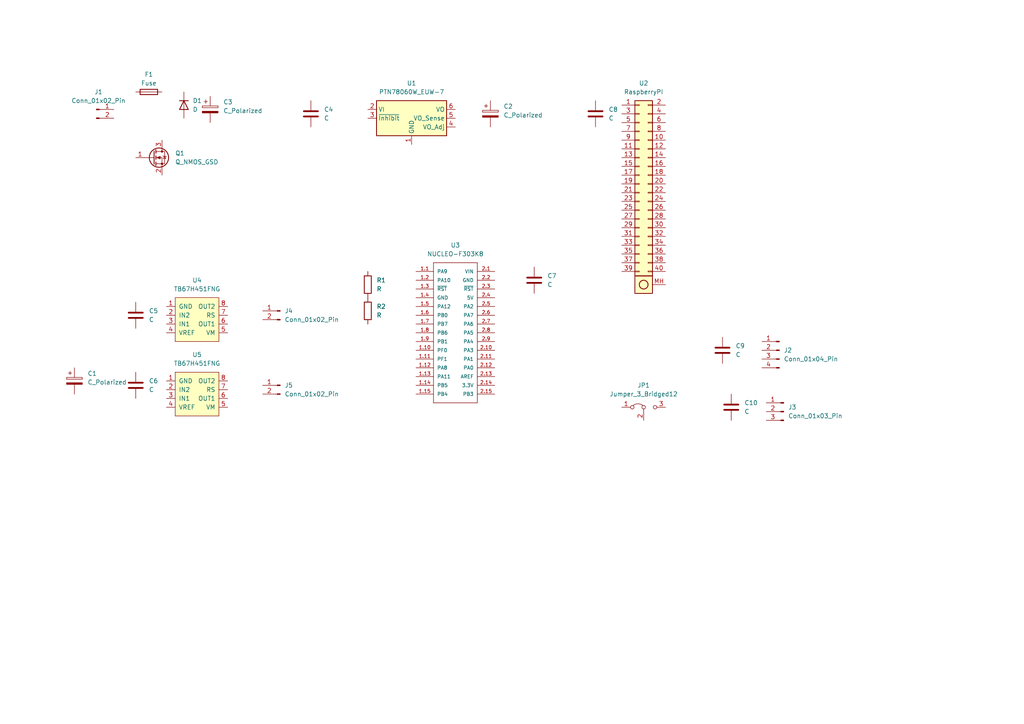
<source format=kicad_sch>
(kicad_sch (version 20230121) (generator eeschema)
  (paper "A4")
  (lib_symbols
    (symbol "ComponentsEvo:NUCLEO-F303K8" (pin_names (offset 1.016))
      (property "Reference" "U" (at -2.54 21.59 0))
      (property "Value" "NUCLEO-F303K8" (at -7.62 -22.86 0))
      (symbol "NUCLEO-F303K8_1_0"
        (polyline (pts (xy -6.35 -20.32) (xy 6.35 -20.32)) (stroke (width 0.1524)))
        (polyline (pts (xy -6.35 20.32) (xy -6.35 -20.32)) (stroke (width 0.1524)))
        (polyline (pts (xy 6.35 -20.32) (xy 6.35 20.32)) (stroke (width 0.1524)))
        (polyline (pts (xy 6.35 20.32) (xy -6.35 20.32)) (stroke (width 0.1524)))
        (pin bidirectional line (at -11.43 17.78 0) (length 5.08) (name "PA9") (number "1.1"))
        (pin bidirectional line (at -11.43 -5.08 0) (length 5.08) (name "PF0") (number "1.10"))
        (pin bidirectional line (at -11.43 -7.62 0) (length 5.08) (name "PF1") (number "1.11"))
        (pin bidirectional line (at -11.43 -10.16 0) (length 5.08) (name "PA8") (number "1.12"))
        (pin bidirectional line (at -11.43 -12.7 0) (length 5.08) (name "PA11") (number "1.13"))
        (pin bidirectional line (at -11.43 -15.24 0) (length 5.08) (name "PB5") (number "1.14"))
        (pin bidirectional line (at -11.43 -17.78 0) (length 5.08) (name "PB4") (number "1.15"))
        (pin bidirectional line (at -11.43 15.24 0) (length 5.08) (name "PA10") (number "1.2"))
        (pin bidirectional line (at -11.43 12.7 0) (length 5.08) (name "~{RST}") (number "1.3"))
        (pin passive line (at -11.43 10.16 0) (length 5.08) (name "GND") (number "1.4"))
        (pin bidirectional line (at -11.43 7.62 0) (length 5.08) (name "PA12") (number "1.5"))
        (pin bidirectional line (at -11.43 5.08 0) (length 5.08) (name "PB0") (number "1.6"))
        (pin bidirectional line (at -11.43 2.54 0) (length 5.08) (name "PB7") (number "1.7"))
        (pin bidirectional line (at -11.43 0 0) (length 5.08) (name "PB6") (number "1.8"))
        (pin bidirectional line (at -11.43 -2.54 0) (length 5.08) (name "PB1") (number "1.9"))
        (pin power_in line (at 11.43 17.78 180) (length 5.08) (name "VIN") (number "2.1"))
        (pin bidirectional line (at 11.43 -5.08 180) (length 5.08) (name "PA3") (number "2.10"))
        (pin bidirectional line (at 11.43 -7.62 180) (length 5.08) (name "PA1") (number "2.11"))
        (pin bidirectional line (at 11.43 -10.16 180) (length 5.08) (name "PA0") (number "2.12"))
        (pin power_out line (at 11.43 -12.7 180) (length 5.08) (name "AREF") (number "2.13"))
        (pin power_out line (at 11.43 -15.24 180) (length 5.08) (name "3.3V") (number "2.14"))
        (pin bidirectional line (at 11.43 -17.78 180) (length 5.08) (name "PB3") (number "2.15"))
        (pin passive line (at 11.43 15.24 180) (length 5.08) (name "GND") (number "2.2"))
        (pin bidirectional line (at 11.43 12.7 180) (length 5.08) (name "~{RST}") (number "2.3"))
        (pin power_out line (at 11.43 10.16 180) (length 5.08) (name "5V") (number "2.4"))
        (pin bidirectional line (at 11.43 7.62 180) (length 5.08) (name "PA2") (number "2.5"))
        (pin bidirectional line (at 11.43 5.08 180) (length 5.08) (name "PA7") (number "2.6"))
        (pin bidirectional line (at 11.43 2.54 180) (length 5.08) (name "PA6") (number "2.7"))
        (pin bidirectional line (at 11.43 0 180) (length 5.08) (name "PA5") (number "2.8"))
        (pin bidirectional line (at 11.43 -2.54 180) (length 5.08) (name "PA4") (number "2.9"))
      )
    )
    (symbol "ComponentsEvo:RaspberryPI" (pin_names (offset 1.016) hide)
      (property "Reference" "U" (at 0 26.67 0))
      (property "Value" "RaspberryPI" (at 0 -31.75 0))
      (symbol "RaspberryPI_0_1"
        (rectangle (start -2.54 -25.4) (end 2.54 -30.48) (stroke (width 0.254)) (fill (type background)))
        (circle (center 0 -27.94) (radius 1.27) (stroke (width 0.254)))
      )
      (symbol "RaspberryPI_1_1"
        (rectangle (start -2.54 -24.003) (end -1.27 -24.257) (stroke (width 0.1524)))
        (rectangle (start -2.54 -21.463) (end -1.27 -21.717) (stroke (width 0.1524)))
        (rectangle (start -2.54 -18.923) (end -1.27 -19.177) (stroke (width 0.1524)))
        (rectangle (start -2.54 -16.383) (end -1.27 -16.637) (stroke (width 0.1524)))
        (rectangle (start -2.54 -13.843) (end -1.27 -14.097) (stroke (width 0.1524)))
        (rectangle (start -2.54 -11.303) (end -1.27 -11.557) (stroke (width 0.1524)))
        (rectangle (start -2.54 -8.763) (end -1.27 -9.017) (stroke (width 0.1524)))
        (rectangle (start -2.54 -6.223) (end -1.27 -6.477) (stroke (width 0.1524)))
        (rectangle (start -2.54 -3.683) (end -1.27 -3.937) (stroke (width 0.1524)))
        (rectangle (start -2.54 -1.143) (end -1.27 -1.397) (stroke (width 0.1524)))
        (rectangle (start -2.54 1.397) (end -1.27 1.143) (stroke (width 0.1524)))
        (rectangle (start -2.54 3.937) (end -1.27 3.683) (stroke (width 0.1524)))
        (rectangle (start -2.54 6.477) (end -1.27 6.223) (stroke (width 0.1524)))
        (rectangle (start -2.54 9.017) (end -1.27 8.763) (stroke (width 0.1524)))
        (rectangle (start -2.54 11.557) (end -1.27 11.303) (stroke (width 0.1524)))
        (rectangle (start -2.54 14.097) (end -1.27 13.843) (stroke (width 0.1524)))
        (rectangle (start -2.54 16.637) (end -1.27 16.383) (stroke (width 0.1524)))
        (rectangle (start -2.54 19.177) (end -1.27 18.923) (stroke (width 0.1524)))
        (rectangle (start -2.54 21.717) (end -1.27 21.463) (stroke (width 0.1524)))
        (rectangle (start -2.54 24.257) (end -1.27 24.003) (stroke (width 0.1524)))
        (rectangle (start -2.54 25.4) (end 2.54 -25.4) (stroke (width 0.254)) (fill (type background)))
        (rectangle (start 2.54 -24.003) (end 1.27 -24.257) (stroke (width 0.1524)))
        (rectangle (start 2.54 -21.463) (end 1.27 -21.717) (stroke (width 0.1524)))
        (rectangle (start 2.54 -18.923) (end 1.27 -19.177) (stroke (width 0.1524)))
        (rectangle (start 2.54 -16.383) (end 1.27 -16.637) (stroke (width 0.1524)))
        (rectangle (start 2.54 -13.843) (end 1.27 -14.097) (stroke (width 0.1524)))
        (rectangle (start 2.54 -11.303) (end 1.27 -11.557) (stroke (width 0.1524)))
        (rectangle (start 2.54 -8.763) (end 1.27 -9.017) (stroke (width 0.1524)))
        (rectangle (start 2.54 -6.223) (end 1.27 -6.477) (stroke (width 0.1524)))
        (rectangle (start 2.54 -3.683) (end 1.27 -3.937) (stroke (width 0.1524)))
        (rectangle (start 2.54 -1.143) (end 1.27 -1.397) (stroke (width 0.1524)))
        (rectangle (start 2.54 1.397) (end 1.27 1.143) (stroke (width 0.1524)))
        (rectangle (start 2.54 3.937) (end 1.27 3.683) (stroke (width 0.1524)))
        (rectangle (start 2.54 6.477) (end 1.27 6.223) (stroke (width 0.1524)))
        (rectangle (start 2.54 9.017) (end 1.27 8.763) (stroke (width 0.1524)))
        (rectangle (start 2.54 11.557) (end 1.27 11.303) (stroke (width 0.1524)))
        (rectangle (start 2.54 14.097) (end 1.27 13.843) (stroke (width 0.1524)))
        (rectangle (start 2.54 16.637) (end 1.27 16.383) (stroke (width 0.1524)))
        (rectangle (start 2.54 19.177) (end 1.27 18.923) (stroke (width 0.1524)))
        (rectangle (start 2.54 21.717) (end 1.27 21.463) (stroke (width 0.1524)))
        (rectangle (start 2.54 24.257) (end 1.27 24.003) (stroke (width 0.1524)))
        (pin passive line (at -6.35 24.13 0) (length 3.81) (name "Pin_1") (number "1"))
        (pin passive line (at 6.35 13.97 180) (length 3.81) (name "Pin_10") (number "10"))
        (pin passive line (at -6.35 11.43 0) (length 3.81) (name "Pin_11") (number "11"))
        (pin passive line (at 6.35 11.43 180) (length 3.81) (name "Pin_12") (number "12"))
        (pin passive line (at -6.35 8.89 0) (length 3.81) (name "Pin_13") (number "13"))
        (pin passive line (at 6.35 8.89 180) (length 3.81) (name "Pin_14") (number "14"))
        (pin passive line (at -6.35 6.35 0) (length 3.81) (name "Pin_15") (number "15"))
        (pin passive line (at 6.35 6.35 180) (length 3.81) (name "Pin_16") (number "16"))
        (pin passive line (at -6.35 3.81 0) (length 3.81) (name "Pin_17") (number "17"))
        (pin passive line (at 6.35 3.81 180) (length 3.81) (name "Pin_18") (number "18"))
        (pin passive line (at -6.35 1.27 0) (length 3.81) (name "Pin_19") (number "19"))
        (pin passive line (at 6.35 24.13 180) (length 3.81) (name "Pin_2") (number "2"))
        (pin passive line (at 6.35 1.27 180) (length 3.81) (name "Pin_20") (number "20"))
        (pin passive line (at -6.35 -1.27 0) (length 3.81) (name "Pin_21") (number "21"))
        (pin passive line (at 6.35 -1.27 180) (length 3.81) (name "Pin_22") (number "22"))
        (pin passive line (at -6.35 -3.81 0) (length 3.81) (name "Pin_23") (number "23"))
        (pin passive line (at 6.35 -3.81 180) (length 3.81) (name "Pin_24") (number "24"))
        (pin passive line (at -6.35 -6.35 0) (length 3.81) (name "Pin_25") (number "25"))
        (pin passive line (at 6.35 -6.35 180) (length 3.81) (name "Pin_26") (number "26"))
        (pin passive line (at -6.35 -8.89 0) (length 3.81) (name "Pin_27") (number "27"))
        (pin passive line (at 6.35 -8.89 180) (length 3.81) (name "Pin_28") (number "28"))
        (pin passive line (at -6.35 -11.43 0) (length 3.81) (name "Pin_29") (number "29"))
        (pin passive line (at -6.35 21.59 0) (length 3.81) (name "Pin_3") (number "3"))
        (pin passive line (at 6.35 -11.43 180) (length 3.81) (name "Pin_30") (number "30"))
        (pin passive line (at -6.35 -13.97 0) (length 3.81) (name "Pin_31") (number "31"))
        (pin passive line (at 6.35 -13.97 180) (length 3.81) (name "Pin_32") (number "32"))
        (pin passive line (at -6.35 -16.51 0) (length 3.81) (name "Pin_33") (number "33"))
        (pin passive line (at 6.35 -16.51 180) (length 3.81) (name "Pin_34") (number "34"))
        (pin passive line (at -6.35 -19.05 0) (length 3.81) (name "Pin_35") (number "35"))
        (pin passive line (at 6.35 -19.05 180) (length 3.81) (name "Pin_36") (number "36"))
        (pin passive line (at -6.35 -21.59 0) (length 3.81) (name "Pin_37") (number "37"))
        (pin passive line (at 6.35 -21.59 180) (length 3.81) (name "Pin_38") (number "38"))
        (pin passive line (at -6.35 -24.13 0) (length 3.81) (name "Pin_39") (number "39"))
        (pin passive line (at 6.35 21.59 180) (length 3.81) (name "Pin_4") (number "4"))
        (pin passive line (at 6.35 -24.13 180) (length 3.81) (name "Pin_40") (number "40"))
        (pin passive line (at -6.35 19.05 0) (length 3.81) (name "Pin_5") (number "5"))
        (pin passive line (at 6.35 19.05 180) (length 3.81) (name "Pin_6") (number "6"))
        (pin passive line (at -6.35 16.51 0) (length 3.81) (name "Pin_7") (number "7"))
        (pin passive line (at 6.35 16.51 180) (length 3.81) (name "Pin_8") (number "8"))
        (pin passive line (at -6.35 13.97 0) (length 3.81) (name "Pin_9") (number "9"))
        (pin passive line (at 6.35 -27.94 180) (length 3.81) (name "MountingHoles") (number "MH"))
      )
    )
    (symbol "ComponentsEvo:TB67H451FNG" (pin_names (offset 1.016))
      (property "Reference" "U" (at 0 7.62 0))
      (property "Value" "TB67H451FNG" (at 0 -7.62 0))
      (symbol "TB67H451FNG_0_1"
        (rectangle (start -6.35 6.35) (end 6.35 -6.35) (fill (type background)))
      )
      (symbol "TB67H451FNG_1_1"
        (pin passive line (at -8.89 3.81 0) (length 2.54) (name "GND") (number "1"))
        (pin input line (at -8.89 1.27 0) (length 2.54) (name "IN2") (number "2"))
        (pin input line (at -8.89 -1.27 0) (length 2.54) (name "IN1") (number "3"))
        (pin input line (at -8.89 -3.81 0) (length 2.54) (name "VREF") (number "4"))
        (pin power_in line (at 8.89 -3.81 180) (length 2.54) (name "VM") (number "5"))
        (pin power_out line (at 8.89 -1.27 180) (length 2.54) (name "OUT1") (number "6"))
        (pin input line (at 8.89 1.27 180) (length 2.54) (name "RS") (number "7"))
        (pin power_out line (at 8.89 3.81 180) (length 2.54) (name "OUT2") (number "8"))
      )
    )
    (symbol "Connector:Conn_01x02_Pin" (pin_names (offset 1.016) hide)
      (property "Reference" "J" (at 0 2.54 0))
      (property "Value" "Conn_01x02_Pin" (at 0 -5.08 0))
      (symbol "Conn_01x02_Pin_1_1"
        (polyline (pts (xy 1.27 -2.54) (xy 0.8636 -2.54)) (stroke (width 0.1524)))
        (polyline (pts (xy 1.27 0) (xy 0.8636 0)) (stroke (width 0.1524)))
        (rectangle (start 0.8636 -2.413) (end 0 -2.667) (stroke (width 0.1524)) (fill (type outline)))
        (rectangle (start 0.8636 0.127) (end 0 -0.127) (stroke (width 0.1524)) (fill (type outline)))
        (pin passive line (at 5.08 0 180) (length 3.81) (name "Pin_1") (number "1"))
        (pin passive line (at 5.08 -2.54 180) (length 3.81) (name "Pin_2") (number "2"))
      )
    )
    (symbol "Connector:Conn_01x03_Pin" (pin_names (offset 1.016) hide)
      (property "Reference" "J" (at 0 5.08 0))
      (property "Value" "Conn_01x03_Pin" (at 0 -5.08 0))
      (symbol "Conn_01x03_Pin_1_1"
        (polyline (pts (xy 1.27 -2.54) (xy 0.8636 -2.54)) (stroke (width 0.1524)))
        (polyline (pts (xy 1.27 0) (xy 0.8636 0)) (stroke (width 0.1524)))
        (polyline (pts (xy 1.27 2.54) (xy 0.8636 2.54)) (stroke (width 0.1524)))
        (rectangle (start 0.8636 -2.413) (end 0 -2.667) (stroke (width 0.1524)) (fill (type outline)))
        (rectangle (start 0.8636 0.127) (end 0 -0.127) (stroke (width 0.1524)) (fill (type outline)))
        (rectangle (start 0.8636 2.667) (end 0 2.413) (stroke (width 0.1524)) (fill (type outline)))
        (pin passive line (at 5.08 2.54 180) (length 3.81) (name "Pin_1") (number "1"))
        (pin passive line (at 5.08 0 180) (length 3.81) (name "Pin_2") (number "2"))
        (pin passive line (at 5.08 -2.54 180) (length 3.81) (name "Pin_3") (number "3"))
      )
    )
    (symbol "Connector:Conn_01x04_Pin" (pin_names (offset 1.016) hide)
      (property "Reference" "J" (at 0 5.08 0))
      (property "Value" "Conn_01x04_Pin" (at 0 -7.62 0))
      (symbol "Conn_01x04_Pin_1_1"
        (polyline (pts (xy 1.27 -5.08) (xy 0.8636 -5.08)) (stroke (width 0.1524)))
        (polyline (pts (xy 1.27 -2.54) (xy 0.8636 -2.54)) (stroke (width 0.1524)))
        (polyline (pts (xy 1.27 0) (xy 0.8636 0)) (stroke (width 0.1524)))
        (polyline (pts (xy 1.27 2.54) (xy 0.8636 2.54)) (stroke (width 0.1524)))
        (rectangle (start 0.8636 -4.953) (end 0 -5.207) (stroke (width 0.1524)) (fill (type outline)))
        (rectangle (start 0.8636 -2.413) (end 0 -2.667) (stroke (width 0.1524)) (fill (type outline)))
        (rectangle (start 0.8636 0.127) (end 0 -0.127) (stroke (width 0.1524)) (fill (type outline)))
        (rectangle (start 0.8636 2.667) (end 0 2.413) (stroke (width 0.1524)) (fill (type outline)))
        (pin passive line (at 5.08 2.54 180) (length 3.81) (name "Pin_1") (number "1"))
        (pin passive line (at 5.08 0 180) (length 3.81) (name "Pin_2") (number "2"))
        (pin passive line (at 5.08 -2.54 180) (length 3.81) (name "Pin_3") (number "3"))
        (pin passive line (at 5.08 -5.08 180) (length 3.81) (name "Pin_4") (number "4"))
      )
    )
    (symbol "Converter_DCDC:PTN78060W_EUW-7"
      (property "Reference" "U" (at -6.35 6.35 0))
      (property "Value" "PTN78060W_EUW-7" (at 3.81 6.35 0))
      (symbol "PTN78060W_EUW-7_0_1"
        (rectangle (start -10.16 5.08) (end 10.16 -5.08) (stroke (width 0.254)) (fill (type background)))
      )
      (symbol "PTN78060W_EUW-7_1_1"
        (pin power_in line (at 0 -7.62 90) (length 2.54) (name "GND") (number "1"))
        (pin power_in line (at -12.7 2.54 0) (length 2.54) (name "VI") (number "2"))
        (pin input line (at -12.7 0 0) (length 2.54) (name "~{Inhibit}") (number "3"))
        (pin input line (at 12.7 -2.54 180) (length 2.54) (name "VO_Adj") (number "4"))
        (pin power_out line (at 12.7 0 180) (length 2.54) (name "VO_Sense") (number "5"))
        (pin power_out line (at 12.7 2.54 180) (length 2.54) (name "VO") (number "6"))
        (pin passive line (at 0 -7.62 90) (length 2.54) hide (name "GND") (number "7"))
      )
    )
    (symbol "Device:C" (pin_numbers hide) (pin_names (offset 0.254))
      (property "Reference" "C" (at 0.635 2.54 0))
      (property "Value" "C" (at 0.635 -2.54 0))
      (symbol "C_0_1"
        (polyline (pts (xy -2.032 -0.762) (xy 2.032 -0.762)) (stroke (width 0.508)))
        (polyline (pts (xy -2.032 0.762) (xy 2.032 0.762)) (stroke (width 0.508)))
      )
      (symbol "C_1_1"
        (pin passive line (at 0 3.81 270) (length 2.794) (name "~") (number "1"))
        (pin passive line (at 0 -3.81 90) (length 2.794) (name "~") (number "2"))
      )
    )
    (symbol "Device:C_Polarized" (pin_numbers hide) (pin_names (offset 0.254))
      (property "Reference" "C" (at 0.635 2.54 0))
      (property "Value" "C_Polarized" (at 0.635 -2.54 0))
      (symbol "C_Polarized_0_1"
        (rectangle (start -2.286 0.508) (end 2.286 1.016))
        (polyline (pts (xy -1.778 2.286) (xy -0.762 2.286)))
        (polyline (pts (xy -1.27 2.794) (xy -1.27 1.778)))
        (rectangle (start 2.286 -0.508) (end -2.286 -1.016) (fill (type outline)))
      )
      (symbol "C_Polarized_1_1"
        (pin passive line (at 0 3.81 270) (length 2.794) (name "~") (number "1"))
        (pin passive line (at 0 -3.81 90) (length 2.794) (name "~") (number "2"))
      )
    )
    (symbol "Device:D" (pin_numbers hide) (pin_names (offset 1.016) hide)
      (property "Reference" "D" (at 0 2.54 0))
      (property "Value" "D" (at 0 -2.54 0))
      (symbol "D_0_1"
        (polyline (pts (xy -1.27 1.27) (xy -1.27 -1.27)) (stroke (width 0.254)))
        (polyline (pts (xy 1.27 0) (xy -1.27 0)))
        (polyline (pts (xy 1.27 1.27) (xy 1.27 -1.27) (xy -1.27 0) (xy 1.27 1.27)) (stroke (width 0.254)))
      )
      (symbol "D_1_1"
        (pin passive line (at -3.81 0 0) (length 2.54) (name "K") (number "1"))
        (pin passive line (at 3.81 0 180) (length 2.54) (name "A") (number "2"))
      )
    )
    (symbol "Device:Fuse" (pin_numbers hide) (pin_names (offset 0))
      (property "Reference" "F" (at 2.032 0 90))
      (property "Value" "Fuse" (at -1.905 0 90))
      (symbol "Fuse_0_1"
        (rectangle (start -0.762 -2.54) (end 0.762 2.54) (stroke (width 0.254)))
        (polyline (pts (xy 0 2.54) (xy 0 -2.54)))
      )
      (symbol "Fuse_1_1"
        (pin passive line (at 0 3.81 270) (length 1.27) (name "~") (number "1"))
        (pin passive line (at 0 -3.81 90) (length 1.27) (name "~") (number "2"))
      )
    )
    (symbol "Device:Q_NMOS_GSD" (pin_names (offset 0) hide)
      (property "Reference" "Q" (at 5.08 1.27 0))
      (property "Value" "Q_NMOS_GSD" (at 5.08 -1.27 0))
      (symbol "Q_NMOS_GSD_0_1"
        (polyline (pts (xy 0.254 0) (xy -2.54 0)))
        (polyline (pts (xy 0.254 1.905) (xy 0.254 -1.905)) (stroke (width 0.254)))
        (polyline (pts (xy 0.762 -1.27) (xy 0.762 -2.286)) (stroke (width 0.254)))
        (polyline (pts (xy 0.762 0.508) (xy 0.762 -0.508)) (stroke (width 0.254)))
        (polyline (pts (xy 0.762 2.286) (xy 0.762 1.27)) (stroke (width 0.254)))
        (polyline (pts (xy 2.54 2.54) (xy 2.54 1.778)))
        (polyline (pts (xy 2.54 -2.54) (xy 2.54 0) (xy 0.762 0)))
        (polyline (pts (xy 0.762 -1.778) (xy 3.302 -1.778) (xy 3.302 1.778) (xy 0.762 1.778)))
        (polyline (pts (xy 1.016 0) (xy 2.032 0.381) (xy 2.032 -0.381) (xy 1.016 0)) (fill (type outline)))
        (polyline (pts (xy 2.794 0.508) (xy 2.921 0.381) (xy 3.683 0.381) (xy 3.81 0.254)))
        (polyline (pts (xy 3.302 0.381) (xy 2.921 -0.254) (xy 3.683 -0.254) (xy 3.302 0.381)))
        (circle (center 1.651 0) (radius 2.794) (stroke (width 0.254)))
        (circle (center 2.54 -1.778) (radius 0.254) (fill (type outline)))
        (circle (center 2.54 1.778) (radius 0.254) (fill (type outline)))
      )
      (symbol "Q_NMOS_GSD_1_1"
        (pin input line (at -5.08 0 0) (length 2.54) (name "G") (number "1"))
        (pin passive line (at 2.54 -5.08 90) (length 2.54) (name "S") (number "2"))
        (pin passive line (at 2.54 5.08 270) (length 2.54) (name "D") (number "3"))
      )
    )
    (symbol "Device:R" (pin_numbers hide) (pin_names (offset 0))
      (property "Reference" "R" (at 2.032 0 90))
      (property "Value" "R" (at 0 0 90))
      (symbol "R_0_1"
        (rectangle (start -1.016 -2.54) (end 1.016 2.54) (stroke (width 0.254)))
      )
      (symbol "R_1_1"
        (pin passive line (at 0 3.81 270) (length 1.27) (name "~") (number "1"))
        (pin passive line (at 0 -3.81 90) (length 1.27) (name "~") (number "2"))
      )
    )
    (symbol "Jumper:Jumper_3_Bridged12" (pin_names (offset 0) hide)
      (property "Reference" "JP" (at -2.54 -2.54 0))
      (property "Value" "Jumper_3_Bridged12" (at 0 2.794 0))
      (symbol "Jumper_3_Bridged12_0_0"
        (circle (center -3.302 0) (radius 0.508))
        (circle (center 0 0) (radius 0.508))
        (circle (center 3.302 0) (radius 0.508))
      )
      (symbol "Jumper_3_Bridged12_0_1"
        (arc (start -0.254 0.508) (mid -1.651 0.9912) (end -3.048 0.508))
        (polyline (pts (xy 0 -1.27) (xy 0 -0.508)))
      )
      (symbol "Jumper_3_Bridged12_1_1"
        (pin passive line (at -6.35 0 0) (length 2.54) (name "A") (number "1"))
        (pin passive line (at 0 -3.81 90) (length 2.54) (name "C") (number "2"))
        (pin passive line (at 6.35 0 180) (length 2.54) (name "B") (number "3"))
      )
    )
  )
  (symbol (lib_id "Connector:Conn_01x03_Pin") (at 227.33 119.38 0) (mirror y) (unit 1)
    (property "Reference" "J3" (at 228.6 118.11 0) (effects (justify right)))
    (property "Value" "Conn_01x03_Pin" (at 228.6 120.65 0) (effects (justify right)))
  )
  (symbol (lib_id "Device:C_Polarized") (at 142.24 33.02 0) (unit 1)
    (property "Reference" "C2" (at 146.05 30.861 0) (effects (justify left)))
    (property "Value" "C_Polarized" (at 146.05 33.401 0) (effects (justify left)))
  )
  (symbol (lib_id "ComponentsEvo:TB67H451FNG") (at 57.15 114.3 0) (unit 1)
    (property "Reference" "U5" (at 57.15 102.87 0))
    (property "Value" "TB67H451FNG" (at 57.15 105.41 0))
    (property "Footprint" "ComponentsEvo:HSOP-8-1EP_3.9x4.9mm_P1.27mm_EP2.41x3.1mm_ThermalVias" (effects hide))
  )
  (symbol (lib_id "Device:R") (at 106.68 82.55 0) (unit 1)
    (property "Reference" "R1" (at 109.22 81.28 0) (effects (justify left)))
    (property "Value" "R" (at 109.22 83.82 0) (effects (justify left)))
  )
  (symbol (lib_id "Device:C") (at 39.37 111.76 0) (unit 1)
    (property "Reference" "C6" (at 43.18 110.49 0) (effects (justify left)))
    (property "Value" "C" (at 43.18 113.03 0) (effects (justify left)))
  )
  (symbol (lib_id "Device:C") (at 209.55 101.6 0) (unit 1)
    (property "Reference" "C9" (at 213.36 100.33 0) (effects (justify left)))
    (property "Value" "C" (at 213.36 102.87 0) (effects (justify left)))
  )
  (symbol (lib_id "Jumper:Jumper_3_Bridged12") (at 186.69 118.11 0) (unit 1)
    (property "Reference" "JP1" (at 186.69 111.76 0))
    (property "Value" "Jumper_3_Bridged12" (at 186.69 114.3 0))
  )
  (symbol (lib_id "Device:D") (at 53.34 30.48 270) (unit 1)
    (property "Reference" "D1" (at 55.88 29.21 90) (effects (justify left)))
    (property "Value" "D" (at 55.88 31.75 90) (effects (justify left)))
    (property "Sim.Device" "D" (effects hide))
    (property "Sim.Pins" "1=K 2=A" (effects hide))
  )
  (symbol (lib_id "Device:R") (at 106.68 90.17 0) (unit 1)
    (property "Reference" "R2" (at 109.22 88.9 0) (effects (justify left)))
    (property "Value" "R" (at 109.22 91.44 0) (effects (justify left)))
  )
  (symbol (lib_id "Device:Fuse") (at 43.18 26.67 90) (unit 1)
    (property "Reference" "F1" (at 43.18 21.59 90))
    (property "Value" "Fuse" (at 43.18 24.13 90))
  )
  (symbol (lib_id "Device:Q_NMOS_GSD") (at 44.45 45.72 0) (unit 1)
    (property "Reference" "Q1" (at 50.8 44.45 0) (effects (justify left)))
    (property "Value" "Q_NMOS_GSD" (at 50.8 46.99 0) (effects (justify left)))
  )
  (symbol (lib_id "Connector:Conn_01x04_Pin") (at 226.06 101.6 0) (mirror y) (unit 1)
    (property "Reference" "J2" (at 227.33 101.6 0) (effects (justify right)))
    (property "Value" "Conn_01x04_Pin" (at 227.33 104.14 0) (effects (justify right)))
  )
  (symbol (lib_id "Device:C_Polarized") (at 60.96 31.75 0) (unit 1)
    (property "Reference" "C3" (at 64.77 29.591 0) (effects (justify left)))
    (property "Value" "C_Polarized" (at 64.77 32.131 0) (effects (justify left)))
  )
  (symbol (lib_id "ComponentsEvo:RaspberryPI") (at 186.69 54.61 0) (unit 1)
    (property "Reference" "U2" (at 186.69 24.13 0))
    (property "Value" "RaspberryPI" (at 186.69 26.67 0))
    (property "Footprint" "ComponentsEvo:Shield_Raspberry_Pi_with_18mm_Header" (effects hide))
  )
  (symbol (lib_id "Device:C") (at 154.94 81.28 0) (unit 1)
    (property "Reference" "C7" (at 158.75 80.01 0) (effects (justify left)))
    (property "Value" "C" (at 158.75 82.55 0) (effects (justify left)))
  )
  (symbol (lib_id "Device:C") (at 39.37 91.44 0) (unit 1)
    (property "Reference" "C5" (at 43.18 90.17 0) (effects (justify left)))
    (property "Value" "C" (at 43.18 92.71 0) (effects (justify left)))
  )
  (symbol (lib_id "Device:C") (at 172.72 33.02 0) (unit 1)
    (property "Reference" "C8" (at 176.53 31.75 0) (effects (justify left)))
    (property "Value" "C" (at 176.53 34.29 0) (effects (justify left)))
  )
  (symbol (lib_id "Connector:Conn_01x02_Pin") (at 27.94 31.75 0) (unit 1)
    (property "Reference" "J1" (at 28.575 26.67 0))
    (property "Value" "Conn_01x02_Pin" (at 28.575 29.21 0))
  )
  (symbol (lib_id "Connector:Conn_01x02_Pin") (at 81.28 90.17 0) (mirror y) (unit 1)
    (property "Reference" "J4" (at 82.55 90.17 0) (effects (justify right)))
    (property "Value" "Conn_01x02_Pin" (at 82.55 92.71 0) (effects (justify right)))
  )
  (symbol (lib_id "ComponentsEvo:NUCLEO-F303K8") (at 132.08 96.52 0) (unit 1)
    (property "Reference" "U3" (at 132.08 71.12 0))
    (property "Value" "NUCLEO-F303K8" (at 132.08 73.66 0))
    (property "Footprint" "ComponentsEvo:MODULE_NUCLEO-F303K8" (effects hide))
    (property "Datasheet" "ST Microelectronics" (effects hide))
    (property "Field4" "3" (effects hide))
    (property "Field5" "Manufacturer rEcommendation" (effects hide))
  )
  (symbol (lib_id "Device:C") (at 212.09 118.11 0) (unit 1)
    (property "Reference" "C10" (at 215.9 116.84 0) (effects (justify left)))
    (property "Value" "C" (at 215.9 119.38 0) (effects (justify left)))
  )
  (symbol (lib_id "Converter_DCDC:PTN78060W_EUW-7") (at 119.38 34.29 0) (unit 1)
    (property "Reference" "U1" (at 119.38 24.13 0))
    (property "Value" "PTN78060W_EUW-7" (at 119.38 26.67 0))
    (property "Footprint" "Module:Texas_EUW_R-PDSS-T7_THT" (effects hide))
    (property "Datasheet" "https://www.ti.com/lit/ds/symlink/ptn78060w.pdf" (effects hide))
  )
  (symbol (lib_id "Device:C_Polarized") (at 21.59 110.49 0) (unit 1)
    (property "Reference" "C1" (at 25.4 108.331 0) (effects (justify left)))
    (property "Value" "C_Polarized" (at 25.4 110.871 0) (effects (justify left)))
  )
  (symbol (lib_id "Connector:Conn_01x02_Pin") (at 81.28 111.76 0) (mirror y) (unit 1)
    (property "Reference" "J5" (at 82.55 111.76 0) (effects (justify right)))
    (property "Value" "Conn_01x02_Pin" (at 82.55 114.3 0) (effects (justify right)))
  )
  (symbol (lib_id "Device:C") (at 90.17 33.02 0) (unit 1)
    (property "Reference" "C4" (at 93.98 31.75 0) (effects (justify left)))
    (property "Value" "C" (at 93.98 34.29 0) (effects (justify left)))
  )
  (symbol (lib_id "ComponentsEvo:TB67H451FNG") (at 57.15 92.71 0) (unit 1)
    (property "Reference" "U4" (at 57.15 81.28 0))
    (property "Value" "TB67H451FNG" (at 57.15 83.82 0))
    (property "Footprint" "ComponentsEvo:HSOP-8-1EP_3.9x4.9mm_P1.27mm_EP2.41x3.1mm_ThermalVias" (effects hide))
  )
)
</source>
